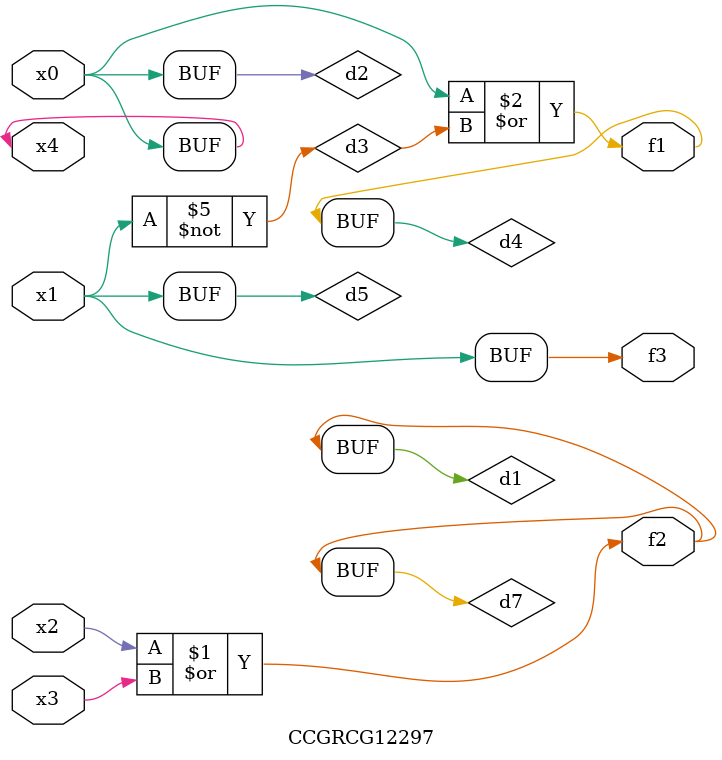
<source format=v>
module CCGRCG12297(
	input x0, x1, x2, x3, x4,
	output f1, f2, f3
);

	wire d1, d2, d3, d4, d5, d6, d7;

	or (d1, x2, x3);
	buf (d2, x0, x4);
	not (d3, x1);
	or (d4, d2, d3);
	not (d5, d3);
	nand (d6, d1, d3);
	or (d7, d1);
	assign f1 = d4;
	assign f2 = d7;
	assign f3 = d5;
endmodule

</source>
